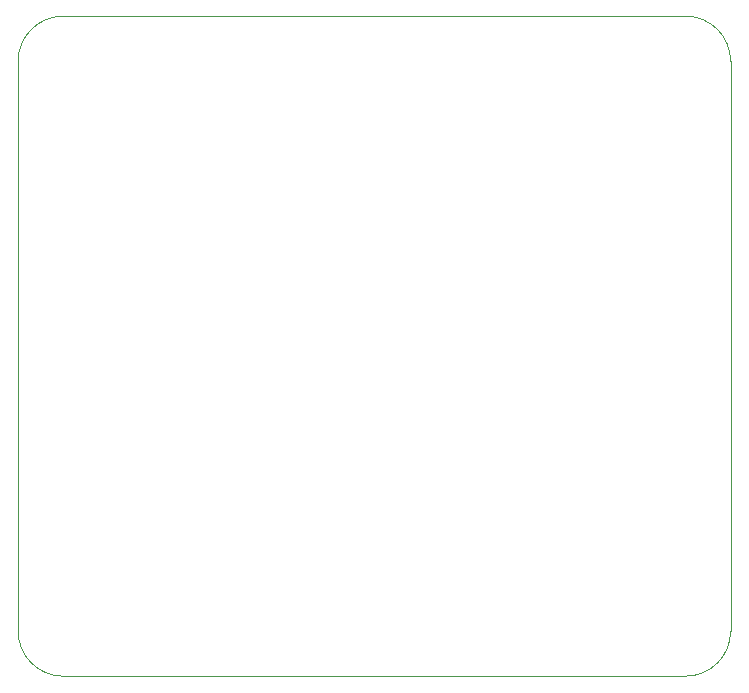
<source format=gbr>
G04 #@! TF.GenerationSoftware,KiCad,Pcbnew,5.1.5*
G04 #@! TF.CreationDate,2020-01-27T03:04:38+01:00*
G04 #@! TF.ProjectId,meshlight,6d657368-6c69-4676-9874-2e6b69636164,rev?*
G04 #@! TF.SameCoordinates,Original*
G04 #@! TF.FileFunction,Profile,NP*
%FSLAX46Y46*%
G04 Gerber Fmt 4.6, Leading zero omitted, Abs format (unit mm)*
G04 Created by KiCad (PCBNEW 5.1.5) date 2020-01-27 03:04:38*
%MOMM*%
%LPD*%
G04 APERTURE LIST*
%ADD10C,0.050000*%
G04 APERTURE END LIST*
D10*
X176530000Y-59055000D02*
G75*
G02X180340000Y-62865000I0J-3810000D01*
G01*
X180340000Y-111125000D02*
G75*
G02X176530000Y-114935000I-3810000J0D01*
G01*
X123825000Y-114935000D02*
G75*
G02X120015000Y-111125000I0J3810000D01*
G01*
X120015000Y-62865000D02*
G75*
G02X123825000Y-59055000I3810000J0D01*
G01*
X120015000Y-62865000D02*
X120015000Y-111125000D01*
X176530000Y-114935000D02*
X123825000Y-114935000D01*
X180340000Y-62865000D02*
X180340000Y-111125000D01*
X123825000Y-59055000D02*
X176530000Y-59055000D01*
M02*

</source>
